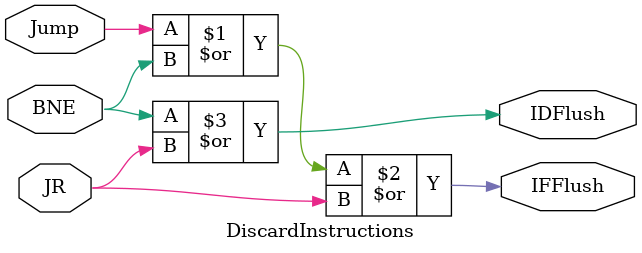
<source format=v>


`timescale 1 ps / 100 fs
module FlushBlock(ID_RegisterDestination, ID_ALUSource, ID_MemoryToRegister, ID_RegisterWrite, ID_MemoryRead, ID_MemoryWrite, ID_Branch, ID_ALUOperation, ID_JRControl, Flush, RegisterDestination, ALUSource, MemoryToRegister, RegisterWrite, MemoryRead, MemoryWrite, Branch, ALUOperation, JRControl);

	output ID_RegisterDestination, ID_ALUSource, ID_MemoryToRegister, ID_RegisterWrite, ID_MemoryRead, ID_MemoryWrite, ID_Branch, ID_JRControl;
	output[1:0] ID_ALUOperation;
	input Flush, RegisterDestination, ALUSource, MemoryToRegister, RegisterWrite, MemoryRead, MemoryWrite, Branch, JRControl;
	input[1:0] ALUOperation;

	not #50 (NotFlush, Flush);
	and #50 a0(ID_RegisterDestination, RegisterDestination, NotFlush);
	and #50 a1(ID_ALUSource, ALUSource, NotFlush);
	and #50 a2(ID_MemoryToRegister, MemoryToRegister, NotFlush);
	and #50 a3(ID_RegisterWrite, RegisterWrite, NotFlush);
	and #50 a4(ID_MemoryRead, MemoryRead, NotFlush);
	and #50 a5(ID_MemoryWrite, MemoryWrite, NotFlush);
	and #50 a6(ID_Branch, Branch, NotFlush);
	and #50 a7(ID_JRControl, JRControl, NotFlush);
	and #50 a8(ID_ALUOperation[1], ALUOperation[1], NotFlush);
	and #50 a9(ID_ALUOperation[0], ALUOperation[0], NotFlush);

endmodule


// Verilog code for discarding instructions when needed.
`timescale 1 ps / 100 fs
module DiscardInstructions(IDFlush, IFFlush, Jump, BNE, JR);

	output IDFlush, IFFlush;
	input Jump, BNE, JR;

	or #50 o0(IFFlush, Jump, BNE, JR);
	or #50 o1(IDFlush, BNE, JR);

endmodule

</source>
